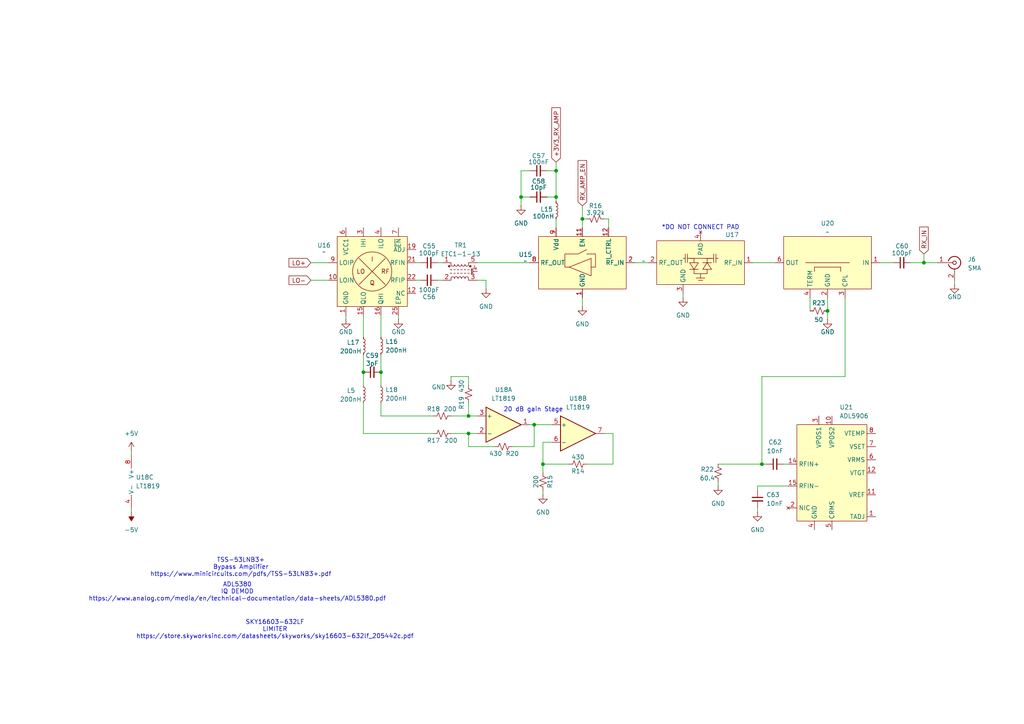
<source format=kicad_sch>
(kicad_sch (version 20231120) (generator "eeschema") (generator_version "8.0")
  (paper "A4")
  (lib_symbols
    (symbol "Connector:Conn_Coaxial" (pin_names (offset 1.016) hide)
      (property "Reference" "J" (at 0.254 3.048 0))
      (property "Value" "Conn_Coaxial" (at 2.921 0 90))
      (symbol "Conn_Coaxial_0_1"
        (arc (start -1.778 -0.508) (mid 0.2311 -1.8066) (end 1.778 0) (stroke (width 0.254)))
        (polyline (pts (xy -2.54 0) (xy -0.508 0)))
        (polyline (pts (xy 0 -2.54) (xy 0 -1.778)))
        (circle (center 0 0) (radius 0.508) (stroke (width 0.2032)))
        (arc (start 1.778 0) (mid 0.2099 1.8101) (end -1.778 0.508) (stroke (width 0.254)))
      )
      (symbol "Conn_Coaxial_1_1"
        (pin passive line (at -5.08 0 0) (length 2.54) (name "In") (number "1"))
        (pin passive line (at 0 -5.08 90) (length 2.54) (name "Ext") (number "2"))
      )
    )
    (symbol "Device:C_Small" (pin_numbers hide) (pin_names (offset 0.254) hide)
      (property "Reference" "C" (at 0.254 1.778 0))
      (property "Value" "C_Small" (at 0.254 -2.032 0))
      (symbol "C_Small_0_1"
        (polyline (pts (xy -1.524 -0.508) (xy 1.524 -0.508)) (stroke (width 0.3302)))
        (polyline (pts (xy -1.524 0.508) (xy 1.524 0.508)) (stroke (width 0.3048)))
      )
      (symbol "C_Small_1_1"
        (pin passive line (at 0 2.54 270) (length 2.032) (name "~") (number "1"))
        (pin passive line (at 0 -2.54 90) (length 2.032) (name "~") (number "2"))
      )
    )
    (symbol "Device:L_Small" (pin_numbers hide) (pin_names (offset 0.254) hide)
      (property "Reference" "L" (at 0.762 1.016 0))
      (property "Value" "L_Small" (at 0.762 -1.016 0))
      (symbol "L_Small_0_1"
        (arc (start 0 -2.032) (mid 0.5058 -1.524) (end 0 -1.016))
        (arc (start 0 -1.016) (mid 0.5058 -0.508) (end 0 0))
        (arc (start 0 0) (mid 0.5058 0.508) (end 0 1.016))
        (arc (start 0 1.016) (mid 0.5058 1.524) (end 0 2.032))
      )
      (symbol "L_Small_1_1"
        (pin passive line (at 0 2.54 270) (length 0.508) (name "~") (number "1"))
        (pin passive line (at 0 -2.54 90) (length 0.508) (name "~") (number "2"))
      )
    )
    (symbol "Device:R_Small_US" (pin_numbers hide) (pin_names (offset 0.254) hide)
      (property "Reference" "R" (at 0.762 0.508 0))
      (property "Value" "R_Small_US" (at 0.762 -1.016 0))
      (symbol "R_Small_US_1_1"
        (polyline (pts (xy 0 0) (xy 1.016 -0.381) (xy 0 -0.762) (xy -1.016 -1.143) (xy 0 -1.524)))
        (polyline (pts (xy 0 1.524) (xy 1.016 1.143) (xy 0 0.762) (xy -1.016 0.381) (xy 0 0)))
        (pin passive line (at 0 2.54 270) (length 1.016) (name "~") (number "1"))
        (pin passive line (at 0 -2.54 90) (length 1.016) (name "~") (number "2"))
      )
    )
    (symbol "Transformer:ETC1-1-13" (pin_names hide)
      (property "Reference" "TR" (at 0 3.81 0))
      (property "Value" "ETC1-1-13" (at 0 -3.81 0))
      (symbol "ETC1-1-13_0_0"
        (polyline (pts (xy 3.81 0.762) (xy 3.81 -0.762)))
        (text "Mounting" (at 3.429 0 900) (effects (font (size 0.254 0.254) (bold yes))))
      )
      (symbol "ETC1-1-13_1_1"
        (circle (center -3.048 1.524) (radius 0.254) (fill (type outline)))
        (arc (start -2.54 2.032) (mid -2.032 1.5262) (end -1.524 2.032))
        (arc (start -1.524 -2.032) (mid -2.032 -1.5262) (end -2.54 -2.032))
        (arc (start -1.524 2.032) (mid -1.016 1.5262) (end -0.508 2.032))
        (arc (start -0.508 -2.032) (mid -1.016 -1.5262) (end -1.524 -2.032))
        (arc (start -0.508 2.032) (mid 0 1.5262) (end 0.508 2.032))
        (polyline (pts (xy -2.794 -0.508) (xy -2.286 -0.508)))
        (polyline (pts (xy -2.794 0.508) (xy -2.286 0.508)))
        (polyline (pts (xy -2.54 -2.032) (xy -2.54 -2.54)))
        (polyline (pts (xy -2.54 2.032) (xy -2.54 2.54)))
        (polyline (pts (xy -1.778 -0.508) (xy -1.27 -0.508)))
        (polyline (pts (xy -1.778 0.508) (xy -1.27 0.508)))
        (polyline (pts (xy -0.762 -0.508) (xy -0.254 -0.508)))
        (polyline (pts (xy -0.762 0.508) (xy -0.254 0.508)))
        (polyline (pts (xy 0.254 -0.508) (xy 0.762 -0.508)))
        (polyline (pts (xy 0.254 0.508) (xy 0.762 0.508)))
        (polyline (pts (xy 1.27 -0.508) (xy 1.778 -0.508)))
        (polyline (pts (xy 1.27 0.508) (xy 1.778 0.508)))
        (polyline (pts (xy 2.286 -0.508) (xy 2.794 -0.508)))
        (polyline (pts (xy 2.286 0.508) (xy 2.794 0.508)))
        (polyline (pts (xy 2.54 -2.032) (xy 2.54 -2.54)))
        (polyline (pts (xy 2.54 2.54) (xy 2.54 2.032)))
        (arc (start 0.508 -2.032) (mid 0 -1.5262) (end -0.508 -2.032))
        (arc (start 0.508 2.032) (mid 1.016 1.5262) (end 1.524 2.032))
        (arc (start 1.524 -2.032) (mid 1.016 -1.5262) (end 0.508 -2.032))
        (arc (start 1.524 2.032) (mid 2.032 1.5262) (end 2.54 2.032))
        (arc (start 2.54 -2.032) (mid 2.032 -1.5262) (end 1.524 -2.032))
        (circle (center 3.048 1.524) (radius 0.254) (fill (type outline)))
        (pin passive line (at -5.08 2.54 0) (length 2.54) (name "~") (number "1"))
        (pin passive line (at -5.08 -2.54 0) (length 2.54) (name "~") (number "2"))
        (pin passive line (at 5.08 -2.54 180) (length 2.54) (name "~") (number "3"))
        (pin passive line (at 5.08 0 180) (length 1.27) (name "MP") (number "4"))
        (pin passive line (at 5.08 2.54 180) (length 2.54) (name "~") (number "5"))
      )
    )
    (symbol "_tim-RF:ADL5380"
      (property "Reference" "U" (at 10.16 11.684 0))
      (symbol "ADL5380_0_1"
        (polyline (pts (xy -3.81 3.81) (xy 3.81 -3.81)))
        (polyline (pts (xy 3.81 3.81) (xy -3.81 -3.81)))
        (circle (center 0 0) (radius 5.6796))
      )
      (symbol "ADL5380_1_1"
        (rectangle (start -10.16 10.16) (end 10.16 -10.16) (fill (type background)))
        (text "I" (at 0 3.556 0) (effects (font (size 1.27 1.27))))
        (text "LO" (at -3.302 0 0) (effects (font (size 1.27 1.27))))
        (text "Q" (at 0 -3.302 0) (effects (font (size 1.27 1.27))))
        (text "RF" (at 3.81 0 0) (effects (font (size 1.27 1.27))))
        (pin power_in line (at -7.62 -12.7 90) (length 2.54) (name "GND") (number "1"))
        (pin input line (at -12.7 -2.54 0) (length 2.54) (name "LOIN") (number "10"))
        (pin power_in line (at -7.62 -12.7 90) (length 2.54) hide (name "GND") (number "11"))
        (pin input line (at 12.7 -6.35 180) (length 2.54) (name "NC") (number "12"))
        (pin power_in line (at -7.62 12.7 270) (length 2.54) hide (name "VCC2") (number "13"))
        (pin power_in line (at -7.62 -12.7 90) (length 2.54) hide (name "GND") (number "14"))
        (pin output line (at -2.54 -12.7 90) (length 2.54) (name "QLO") (number "15"))
        (pin output line (at 2.54 -12.7 90) (length 2.54) (name "QHI") (number "16"))
        (pin power_in line (at -7.62 -12.7 90) (length 2.54) hide (name "GND") (number "17"))
        (pin power_in line (at -7.62 -12.7 90) (length 2.54) hide (name "GND") (number "18"))
        (pin input line (at 12.7 6.35 180) (length 2.54) (name "ADJ") (number "19"))
        (pin power_in line (at -7.62 -12.7 90) (length 2.54) hide (name "GND") (number "2"))
        (pin power_in line (at -7.62 -12.7 90) (length 2.54) hide (name "GND") (number "20"))
        (pin input line (at 12.7 2.54 180) (length 2.54) (name "RFIN") (number "21"))
        (pin input line (at 12.7 -2.54 180) (length 2.54) (name "RFIP") (number "22"))
        (pin power_in line (at -7.62 -12.7 90) (length 2.54) hide (name "GND") (number "23"))
        (pin power_in line (at -7.62 12.7 270) (length 2.54) hide (name "VCC3") (number "24"))
        (pin power_in line (at 7.62 -12.7 90) (length 2.54) (name "EP") (number "25"))
        (pin output line (at -2.54 12.7 270) (length 2.54) (name "IHI") (number "3"))
        (pin output line (at 2.54 12.7 270) (length 2.54) (name "ILO") (number "4"))
        (pin power_in line (at -7.62 -12.7 90) (length 2.54) hide (name "GND") (number "5"))
        (pin power_in line (at -7.62 12.7 270) (length 2.54) (name "VCC1") (number "6"))
        (pin power_in line (at 7.62 12.7 270) (length 2.54) (name "~{EN}") (number "7"))
        (pin power_in line (at -7.62 -12.7 90) (length 2.54) hide (name "GND") (number "8"))
        (pin input line (at -12.7 2.54 0) (length 2.54) (name "LOIP") (number "9"))
      )
    )
    (symbol "_tim-RF:ADL5906"
      (property "Reference" "U" (at 3.175 -15.875 0))
      (property "Value" "ADL5906" (at 0 0 0))
      (symbol "ADL5906_0_1"
        (rectangle (start -10.16 13.97) (end 10.16 -13.97) (fill (type background)))
      )
      (symbol "ADL5906_1_1"
        (pin input line (at 12.7 -12.7 180) (length 2.54) (name "TADJ") (number "1"))
        (pin input line (at 0 16.51 270) (length 2.54) (name "VPOS2") (number "10"))
        (pin power_in line (at 12.7 -6.35 180) (length 2.54) (name "VREF") (number "11"))
        (pin power_in line (at 12.7 0 180) (length 2.54) (name "VTGT") (number "12"))
        (pin no_connect line (at -12.7 -10.16 0) (length 2.54) hide (name "NIC") (number "13"))
        (pin input line (at -12.7 2.54 0) (length 2.54) (name "RFIN+") (number "14"))
        (pin input line (at -12.7 -3.81 0) (length 2.54) (name "RFIN-") (number "15"))
        (pin no_connect line (at -12.7 -10.16 0) (length 2.54) hide (name "NIC") (number "16"))
        (pin input line (at -5.08 -16.51 90) (length 2.54) hide (name "GND") (number "17"))
        (pin no_connect line (at -12.7 -10.16 0) (length 2.54) (name "NIC") (number "2"))
        (pin input line (at -3.81 16.51 270) (length 2.54) (name "VPOS1") (number "3"))
        (pin power_in line (at -5.08 -16.51 90) (length 2.54) (name "GND") (number "4"))
        (pin input line (at 0 -16.51 90) (length 2.54) (name "CRMS") (number "5"))
        (pin input line (at 12.7 3.81 180) (length 2.54) (name "VRMS") (number "6"))
        (pin input line (at 12.7 7.62 180) (length 2.54) (name "VSET") (number "7"))
        (pin input line (at 12.7 11.43 180) (length 2.54) (name "VTEMP") (number "8"))
        (pin power_in line (at -5.08 -16.51 90) (length 2.54) hide (name "GND") (number "9"))
      )
    )
    (symbol "_tim-RF:DCW-22-332+"
      (property "Reference" "U" (at 6.096 8.89 0))
      (symbol "DCW-22-332+_1_1"
        (rectangle (start -12.7 7.62) (end 12.7 -7.62) (fill (type background)))
        (polyline (pts (xy 6.35 0) (xy -6.35 0)))
        (polyline (pts (xy -3.81 -2.54) (xy -3.81 -1.27) (xy 3.81 -1.27) (xy 3.81 -2.54)))
        (pin input line (at -15.24 0 0) (length 2.54) (name "IN") (number "1"))
        (pin output line (at 0 -10.16 90) (length 2.54) (name "GND") (number "2"))
        (pin output line (at -5.08 -10.16 90) (length 2.54) (name "CPL") (number "3"))
        (pin output line (at 5.08 -10.16 90) (length 2.54) (name "TERM") (number "4"))
        (pin output line (at 0 -10.16 90) (length 2.54) hide (name "GND") (number "5"))
        (pin output line (at 15.24 0 180) (length 2.54) (name "OUT") (number "6"))
      )
    )
    (symbol "_tim-RF:LT1819" (pin_names (offset 0.127))
      (property "Reference" "U" (at 0 5.08 0))
      (property "Value" "LT1819" (at 0 -5.08 0))
      (symbol "LT1819_1_1"
        (polyline (pts (xy -5.08 5.08) (xy 5.08 0) (xy -5.08 -5.08) (xy -5.08 5.08)) (stroke (width 0.254)) (fill (type background)))
        (pin output line (at 7.62 0 180) (length 2.54) (name "~") (number "1"))
        (pin input line (at -7.62 -2.54 0) (length 2.54) (name "-") (number "2"))
        (pin input line (at -7.62 2.54 0) (length 2.54) (name "+") (number "3"))
      )
      (symbol "LT1819_2_1"
        (polyline (pts (xy -5.08 5.08) (xy 5.08 0) (xy -5.08 -5.08) (xy -5.08 5.08)) (stroke (width 0.254)) (fill (type background)))
        (pin input line (at -7.62 2.54 0) (length 2.54) (name "+") (number "5"))
        (pin input line (at -7.62 -2.54 0) (length 2.54) (name "-") (number "6"))
        (pin output line (at 7.62 0 180) (length 2.54) (name "~") (number "7"))
      )
      (symbol "LT1819_3_1"
        (pin power_in line (at -2.54 -7.62 90) (length 3.81) (name "V-") (number "4"))
        (pin power_in line (at -2.54 7.62 270) (length 3.81) (name "V+") (number "8"))
      )
    )
    (symbol "_tim-RF:SKY16603-632LF"
      (property "Reference" "U" (at 4.318 9.906 0))
      (symbol "SKY16603-632LF_0_1"
        (polyline (pts (xy -5.08 1.27) (xy -4.445 1.27)))
        (polyline (pts (xy -4.445 2.54) (xy -4.445 0)))
        (polyline (pts (xy -3.81 1.27) (xy -1.905 1.27)))
        (polyline (pts (xy -3.81 2.54) (xy -3.81 0)))
        (polyline (pts (xy -3.175 0) (xy -0.635 0)))
        (polyline (pts (xy -3.175 1.27) (xy 3.175 1.27)))
        (polyline (pts (xy -1.905 -1.905) (xy -1.905 -3.175)))
        (polyline (pts (xy -1.905 0) (xy -1.905 1.27)))
        (polyline (pts (xy -1.27 -4.445) (xy 1.27 -4.445)))
        (polyline (pts (xy -0.635 -5.08) (xy 0.635 -5.08)))
        (polyline (pts (xy 1.905 -3.175) (xy 0 -3.175)))
        (polyline (pts (xy 1.905 -1.905) (xy 1.905 -3.175)))
        (polyline (pts (xy 1.905 0) (xy 1.905 1.27)))
        (polyline (pts (xy 1.905 1.27) (xy 3.81 1.27)))
        (polyline (pts (xy 3.175 -1.905) (xy 0.635 -1.905)))
        (polyline (pts (xy 3.81 2.54) (xy 3.81 0)))
        (polyline (pts (xy 4.445 1.27) (xy 5.08 1.27)))
        (polyline (pts (xy 4.445 2.54) (xy 4.445 0)))
        (polyline (pts (xy -1.905 -3.175) (xy 0 -3.175) (xy 0 -4.445)))
        (polyline (pts (xy -1.905 0) (xy -3.175 -1.905) (xy -0.635 -1.905) (xy -1.905 0)))
        (polyline (pts (xy 1.905 -1.905) (xy 3.175 0) (xy 0.635 0) (xy 1.905 -1.905)))
      )
      (symbol "SKY16603-632LF_1_1"
        (rectangle (start -12.7 6.35) (end 12.7 -6.35) (fill (type background)))
        (pin input line (at -15.24 0 0) (length 2.54) (name "RF_IN") (number "1"))
        (pin output line (at 15.24 0 180) (length 2.54) (name "RF_OUT") (number "2"))
        (pin output line (at 5.08 -8.89 90) (length 2.54) (name "GND") (number "3"))
        (pin no_connect line (at 0 8.89 270) (length 2.54) (name "PAD") (number "4"))
      )
    )
    (symbol "_tim-RF:TSS-53LNB3+"
      (property "Reference" "U" (at 10.922 10.16 0))
      (symbol "TSS-53LNB3+_0_1"
        (polyline (pts (xy -2.54 -1.27) (xy -3.81 -1.27) (xy -3.81 2.54) (xy -1.27 2.54)))
        (polyline (pts (xy -2.54 1.27) (xy 3.81 -1.27) (xy -2.54 -3.81) (xy -2.54 1.27)))
        (polyline (pts (xy 3.81 -1.27) (xy 5.08 -1.27) (xy 5.08 2.54) (xy 1.27 2.54) (xy -1.27 3.81)))
      )
      (symbol "TSS-53LNB3+_1_1"
        (rectangle (start -12.7 7.62) (end 12.7 -7.62) (fill (type background)))
        (pin input line (at 0 -10.16 90) (length 2.54) (name "GND") (number "1"))
        (pin input line (at 0 -10.16 90) (length 2.54) hide (name "GND") (number "10"))
        (pin input line (at 0 10.16 270) (length 2.54) (name "EN") (number "11"))
        (pin input line (at -7.62 10.16 270) (length 2.54) (name "I_CTRL") (number "12"))
        (pin input line (at 0 -10.16 90) (length 2.54) hide (name "GND") (number "13"))
        (pin input line (at -15.24 0 0) (length 2.54) (name "RF_IN") (number "2"))
        (pin input line (at 0 -10.16 90) (length 2.54) hide (name "GND") (number "3"))
        (pin input line (at 0 -10.16 90) (length 2.54) hide (name "GND") (number "4"))
        (pin input line (at 0 -10.16 90) (length 2.54) hide (name "GND") (number "5"))
        (pin input line (at 0 -10.16 90) (length 2.54) hide (name "GND") (number "6"))
        (pin input line (at 0 -10.16 90) (length 2.54) hide (name "GND") (number "7"))
        (pin output line (at 15.24 0 180) (length 2.54) (name "RF_OUT") (number "8"))
        (pin power_in line (at 7.62 10.16 270) (length 2.54) (name "Vdd") (number "9"))
      )
    )
    (symbol "power:+5V" (power) (pin_numbers hide) (pin_names (offset 0) hide)
      (property "Value" "+5V" (at 0 3.556 0))
      (symbol "+5V_0_1"
        (polyline (pts (xy -0.762 1.27) (xy 0 2.54)))
        (polyline (pts (xy 0 0) (xy 0 2.54)))
        (polyline (pts (xy 0 2.54) (xy 0.762 1.27)))
      )
      (symbol "+5V_1_1"
        (pin power_in line (at 0 0 90) (length 0) (name "~") (number "1"))
      )
    )
    (symbol "power:-5V" (power) (pin_numbers hide) (pin_names (offset 0) hide)
      (property "Value" "-5V" (at 0 3.556 0))
      (symbol "-5V_0_0"
        (pin power_in line (at 0 0 90) (length 0) (name "~") (number "1"))
      )
      (symbol "-5V_0_1"
        (polyline (pts (xy 0 0) (xy 0 1.27) (xy 0.762 1.27) (xy 0 2.54) (xy -0.762 1.27) (xy 0 1.27)) (fill (type outline)))
      )
    )
    (symbol "power:GND" (power) (pin_numbers hide) (pin_names (offset 0) hide)
      (property "Value" "GND" (at 0 -3.81 0))
      (symbol "GND_0_1"
        (polyline (pts (xy 0 0) (xy 0 -1.27) (xy 1.27 -1.27) (xy 0 -2.54) (xy -1.27 -1.27) (xy 0 -1.27)))
      )
      (symbol "GND_1_1"
        (pin power_in line (at 0 0 270) (length 0) (name "~") (number "1"))
      )
    )
  )
  (junction (at 161.29 57.15))
  (junction (at 157.48 134.62))
  (junction (at 240.03 90.17))
  (junction (at 154.94 123.19))
  (junction (at 135.89 120.65))
  (junction (at 267.97 76.2))
  (junction (at 105.41 107.95))
  (junction (at 168.91 63.5))
  (junction (at 110.49 107.95))
  (junction (at 161.29 49.53))
  (junction (at 151.13 57.15))
  (junction (at 220.98 134.62))
  (junction (at 135.89 125.73))
  (wire (pts (xy 264.16 76.2) (xy 267.97 76.2)))
  (wire (pts (xy 115.57 91.44) (xy 115.57 92.71)))
  (wire (pts (xy 161.29 63.5) (xy 161.29 66.04)))
  (wire (pts (xy 228.6 140.97) (xy 219.71 140.97)))
  (wire (pts (xy 135.89 116.84) (xy 135.89 120.65)))
  (wire (pts (xy 151.13 57.15) (xy 153.67 57.15)))
  (wire (pts (xy 148.59 129.54) (xy 154.94 129.54)))
  (wire (pts (xy 175.26 63.5) (xy 176.53 63.5)))
  (wire (pts (xy 276.86 81.28) (xy 276.86 82.55)))
  (wire (pts (xy 127 76.2) (xy 128.27 76.2)))
  (wire (pts (xy 105.41 107.95) (xy 105.41 102.87)))
  (wire (pts (xy 151.13 49.53) (xy 151.13 57.15)))
  (wire (pts (xy 154.94 129.54) (xy 154.94 123.19)))
  (wire (pts (xy 245.11 86.36) (xy 245.11 109.22)))
  (wire (pts (xy 220.98 109.22) (xy 220.98 134.62)))
  (wire (pts (xy 240.03 86.36) (xy 240.03 90.17)))
  (wire (pts (xy 130.81 120.65) (xy 135.89 120.65)))
  (wire (pts (xy 208.28 134.62) (xy 220.98 134.62)))
  (wire (pts (xy 110.49 107.95) (xy 110.49 102.87)))
  (wire (pts (xy 218.44 76.2) (xy 224.79 76.2)))
  (wire (pts (xy 267.97 73.66) (xy 267.97 76.2)))
  (wire (pts (xy 105.41 125.73) (xy 125.73 125.73)))
  (wire (pts (xy 219.71 140.97) (xy 219.71 142.24)))
  (wire (pts (xy 38.1 147.32) (xy 38.1 148.59)))
  (wire (pts (xy 135.89 109.22) (xy 130.81 109.22)))
  (wire (pts (xy 138.43 81.28) (xy 140.97 81.28)))
  (wire (pts (xy 198.12 85.09) (xy 198.12 86.36)))
  (wire (pts (xy 245.11 109.22) (xy 220.98 109.22)))
  (wire (pts (xy 127 81.28) (xy 128.27 81.28)))
  (wire (pts (xy 177.8 125.73) (xy 175.26 125.73)))
  (wire (pts (xy 168.91 63.5) (xy 168.91 66.04)))
  (wire (pts (xy 219.71 147.32) (xy 219.71 148.59)))
  (wire (pts (xy 157.48 142.24) (xy 157.48 143.51)))
  (wire (pts (xy 170.18 134.62) (xy 177.8 134.62)))
  (wire (pts (xy 168.91 86.36) (xy 168.91 88.9)))
  (wire (pts (xy 208.28 139.7) (xy 208.28 140.97)))
  (wire (pts (xy 130.81 109.22) (xy 130.81 110.49)))
  (wire (pts (xy 135.89 120.65) (xy 138.43 120.65)))
  (wire (pts (xy 161.29 57.15) (xy 161.29 58.42)))
  (wire (pts (xy 184.15 76.2) (xy 187.96 76.2)))
  (wire (pts (xy 110.49 97.79) (xy 110.49 91.44)))
  (wire (pts (xy 157.48 137.16) (xy 157.48 134.62)))
  (wire (pts (xy 120.65 81.28) (xy 121.92 81.28)))
  (wire (pts (xy 158.75 57.15) (xy 161.29 57.15)))
  (wire (pts (xy 168.91 59.69) (xy 168.91 63.5)))
  (wire (pts (xy 90.17 81.28) (xy 95.25 81.28)))
  (wire (pts (xy 255.27 76.2) (xy 259.08 76.2)))
  (wire (pts (xy 267.97 76.2) (xy 271.78 76.2)))
  (wire (pts (xy 240.03 90.17) (xy 240.03 92.71)))
  (wire (pts (xy 135.89 129.54) (xy 135.89 125.73)))
  (wire (pts (xy 100.33 91.44) (xy 100.33 92.71)))
  (wire (pts (xy 176.53 63.5) (xy 176.53 66.04)))
  (wire (pts (xy 90.17 76.2) (xy 95.25 76.2)))
  (wire (pts (xy 157.48 134.62) (xy 165.1 134.62)))
  (wire (pts (xy 105.41 97.79) (xy 105.41 91.44)))
  (wire (pts (xy 227.33 134.62) (xy 228.6 134.62)))
  (wire (pts (xy 105.41 116.84) (xy 105.41 125.73)))
  (wire (pts (xy 151.13 59.69) (xy 151.13 57.15)))
  (wire (pts (xy 177.8 134.62) (xy 177.8 125.73)))
  (wire (pts (xy 38.1 130.81) (xy 38.1 132.08)))
  (wire (pts (xy 135.89 111.76) (xy 135.89 109.22)))
  (wire (pts (xy 220.98 134.62) (xy 222.25 134.62)))
  (wire (pts (xy 143.51 129.54) (xy 135.89 129.54)))
  (wire (pts (xy 157.48 134.62) (xy 157.48 128.27)))
  (wire (pts (xy 140.97 81.28) (xy 140.97 83.82)))
  (wire (pts (xy 130.81 125.73) (xy 135.89 125.73)))
  (wire (pts (xy 153.67 49.53) (xy 151.13 49.53)))
  (wire (pts (xy 157.48 128.27) (xy 160.02 128.27)))
  (wire (pts (xy 234.95 86.36) (xy 234.95 90.17)))
  (wire (pts (xy 135.89 125.73) (xy 138.43 125.73)))
  (wire (pts (xy 110.49 107.95) (xy 110.49 111.76)))
  (wire (pts (xy 110.49 120.65) (xy 125.73 120.65)))
  (wire (pts (xy 158.75 49.53) (xy 161.29 49.53)))
  (wire (pts (xy 110.49 116.84) (xy 110.49 120.65)))
  (wire (pts (xy 154.94 123.19) (xy 160.02 123.19)))
  (wire (pts (xy 161.29 46.99) (xy 161.29 49.53)))
  (wire (pts (xy 153.67 123.19) (xy 154.94 123.19)))
  (wire (pts (xy 120.65 76.2) (xy 121.92 76.2)))
  (wire (pts (xy 105.41 107.95) (xy 105.41 111.76)))
  (wire (pts (xy 161.29 49.53) (xy 161.29 57.15)))
  (wire (pts (xy 170.18 63.5) (xy 168.91 63.5)))
  (wire (pts (xy 138.43 76.2) (xy 153.67 76.2)))
  (text "TSS-53LNB3+\nBypass Amplifier\nhttps://www.minicircuits.com/pdfs/TSS-53LNB3+.pdf" (at 69.85 164.592 0) (effects (font (size 1.27 1.27))))
  (text "20 dB gain Stage" (at 154.686 118.872 0) (effects (font (size 1.27 1.27))))
  (text "*DO NOT CONNECT PAD" (at 203.2 66.04 0) (effects (font (size 1.27 1.27))))
  (text "ADL5380\nIQ DEMOD\nhttps://www.analog.com/media/en/technical-documentation/data-sheets/ADL5380.pdf\n" (at 68.834 171.704 0) (effects (font (size 1.27 1.27))))
  (text "SKY16603-632LF\nLIMITER\nhttps://store.skyworksinc.com/datasheets/skyworks/sky16603-632lf_205442c.pdf\n" (at 79.756 182.626 0) (effects (font (size 1.27 1.27))))
  (global_label "RX_IN" (shape input) (at 267.97 73.66 90) (property "Intersheetrefs" "${INTERSHEET_REFS}" (effects (hide yes))))
  (global_label "LO+" (shape input) (at 90.17 76.2 180) (property "Intersheetrefs" "${INTERSHEET_REFS}" (effects (hide yes))))
  (global_label "+3V3_RX_AMP" (shape input) (at 161.29 46.99 90) (property "Intersheetrefs" "${INTERSHEET_REFS}" (effects (hide yes))))
  (global_label "RX_AMP_EN" (shape input) (at 168.91 59.69 90) (property "Intersheetrefs" "${INTERSHEET_REFS}" (effects (hide yes))))
  (global_label "LO-" (shape input) (at 90.17 81.28 180) (property "Intersheetrefs" "${INTERSHEET_REFS}" (effects (hide yes))))
  (symbol (lib_id "power:GND") (at 115.57 92.71 0) (unit 1)
    (property "Reference" "#PWR051" (effects (hide yes)))
    (property "Value" "GND" (at 115.57 96.266 0))
    (property "Description" "Power symbol creates a global label with name \"GND\" , ground" (effects (hide yes)))
  )
  (symbol (lib_id "Device:R_Small_US") (at 167.64 134.62 90) (unit 1)
    (property "Reference" "R14" (at 167.64 136.652 90))
    (property "Value" "430" (at 167.64 132.588 90))
    (property "Description" "Resistor, small US symbol" (effects (hide yes)))
  )
  (symbol (lib_id "Device:R_Small_US") (at 135.89 114.3 0) (unit 1)
    (property "Reference" "R19" (at 133.858 116.84 90))
    (property "Value" "430" (at 133.858 112.014 90))
    (property "Description" "Resistor, small US symbol" (effects (hide yes)))
  )
  (symbol (lib_id "Device:L_Small") (at 161.29 60.96 0) (unit 1)
    (property "Reference" "L15" (at 156.718 60.706 0) (effects (justify left)))
    (property "Value" "100nH" (at 154.432 62.738 0) (effects (justify left)))
    (property "Description" "Inductor, small symbol" (effects (hide yes)))
  )
  (symbol (lib_id "Device:C_Small") (at 261.62 76.2 90) (unit 1)
    (property "Reference" "C60" (at 261.62 71.374 90))
    (property "Value" "100pF" (at 261.62 73.406 90))
    (property "Description" "Unpolarized capacitor, small symbol" (effects (hide yes)))
  )
  (symbol (lib_id "Device:C_Small") (at 107.95 107.95 90) (unit 1)
    (property "Reference" "C59" (at 107.95 103.124 90))
    (property "Value" "3pF" (at 107.95 105.41 90))
    (property "Description" "Unpolarized capacitor, small symbol" (effects (hide yes)))
  )
  (symbol (lib_id "_tim-RF:DCW-22-332+") (at 240.03 76.2 0) (mirror y) (unit 1)
    (property "Reference" "U20" (at 240.03 64.77 0))
    (property "Value" "~" (at 240.03 67.31 0))
    (property "Footprint" "_tim-RF-Mini-Circuits:JC0603C" (effects (hide yes)))
    (property "Datasheet" "https://www.minicircuits.com/pdfs/DCW-22-332+.pdf" (effects (hide yes)))
    (property "Description" "Directional Coupler, 50ohm, 22 dB coupling, 1200 to 3300 MHz" (effects (hide yes)))
  )
  (symbol (lib_id "power:GND") (at 198.12 86.36 0) (unit 1)
    (property "Reference" "#PWR054" (effects (hide yes)))
    (property "Value" "GND" (at 198.12 91.44 0))
    (property "Description" "Power symbol creates a global label with name \"GND\" , ground" (effects (hide yes)))
  )
  (symbol (lib_id "power:GND") (at 168.91 88.9 0) (mirror y) (unit 1)
    (property "Reference" "#PWR015" (effects (hide yes)))
    (property "Value" "GND" (at 168.91 93.98 0))
    (property "Description" "Power symbol creates a global label with name \"GND\" , ground" (effects (hide yes)))
  )
  (symbol (lib_id "Device:R_Small_US") (at 128.27 120.65 270) (unit 1)
    (property "Reference" "R18" (at 125.73 118.618 90))
    (property "Value" "200" (at 130.556 118.618 90))
    (property "Description" "Resistor, small US symbol" (effects (hide yes)))
  )
  (symbol (lib_id "Device:C_Small") (at 156.21 57.15 90) (unit 1)
    (property "Reference" "C58" (at 156.21 52.578 90))
    (property "Value" "10pF" (at 156.21 54.356 90))
    (property "Description" "Unpolarized capacitor, small symbol" (effects (hide yes)))
  )
  (symbol (lib_id "power:GND") (at 240.03 92.71 0) (unit 1)
    (property "Reference" "#PWR055" (effects (hide yes)))
    (property "Value" "GND" (at 240.03 96.266 0))
    (property "Description" "Power symbol creates a global label with name \"GND\" , ground" (effects (hide yes)))
  )
  (symbol (lib_id "Device:R_Small_US") (at 172.72 63.5 270) (mirror x) (unit 1)
    (property "Reference" "R16" (at 172.72 59.69 90))
    (property "Value" "3.92k" (at 172.72 61.722 90))
    (property "Description" "Resistor, small US symbol" (effects (hide yes)))
  )
  (symbol (lib_id "power:GND") (at 130.81 110.49 0) (unit 1)
    (property "Reference" "#PWR057" (effects (hide yes)))
    (property "Value" "GND" (at 127.254 112.268 0))
    (property "Description" "Power symbol creates a global label with name \"GND\" , ground" (effects (hide yes)))
  )
  (symbol (lib_id "Device:L_Small") (at 105.41 100.33 0) (unit 1)
    (property "Reference" "L17" (at 100.584 99.314 0) (effects (justify left)))
    (property "Value" "200nH" (at 98.552 101.854 0) (effects (justify left)))
    (property "Description" "Inductor, small symbol" (effects (hide yes)))
  )
  (symbol (lib_id "Connector:Conn_Coaxial") (at 276.86 76.2 0) (unit 1)
    (property "Reference" "J6" (at 280.67 75.2231 0) (effects (justify left)))
    (property "Value" "SMA" (at 280.67 77.7631 0) (effects (justify left)))
    (property "Datasheet" " ~" (effects (hide yes)))
    (property "Description" "coaxial connector (BNC, SMA, SMB, SMC, Cinch/RCA, LEMO, ...)" (effects (hide yes)))
  )
  (symbol (lib_id "Transformer:ETC1-1-13") (at 133.35 78.74 0) (unit 1)
    (property "Reference" "TR1" (at 133.604 71.12 0))
    (property "Value" "ETC1-1-13" (at 133.604 73.66 0))
    (property "Footprint" "Transformer_SMD:Transformer_MACOM_SM-22" (effects (hide yes)))
    (property "Datasheet" "https://cdn.macom.com/datasheets/ETC1-1-13.pdf" (effects (hide yes)))
    (property "Description" "4.5-4000MHz 1:1 RF Transformer, Balanced Transmission Line, SM-22" (effects (hide yes)))
  )
  (symbol (lib_id "Device:R_Small_US") (at 128.27 125.73 270) (unit 1)
    (property "Reference" "R17" (at 125.73 127.762 90))
    (property "Value" "200" (at 130.81 127.762 90))
    (property "Description" "Resistor, small US symbol" (effects (hide yes)))
  )
  (symbol (lib_id "power:GND") (at 276.86 82.55 0) (unit 1)
    (property "Reference" "#PWR060" (effects (hide yes)))
    (property "Value" "GND" (at 276.86 86.106 0))
    (property "Description" "Power symbol creates a global label with name \"GND\" , ground" (effects (hide yes)))
  )
  (symbol (lib_id "Device:C_Small") (at 224.79 134.62 90) (unit 1)
    (property "Reference" "C62" (at 224.7963 128.27 90))
    (property "Value" "10nF" (at 224.7963 130.81 90))
    (property "Description" "Unpolarized capacitor, small symbol" (effects (hide yes)))
  )
  (symbol (lib_id "Device:R_Small_US") (at 208.28 137.16 0) (unit 1)
    (property "Reference" "R22" (at 203.2 136.144 0) (effects (justify left)))
    (property "Value" "60.4" (at 202.946 138.684 0) (effects (justify left)))
    (property "Description" "Resistor, small US symbol" (effects (hide yes)))
  )
  (symbol (lib_id "Device:R_Small_US") (at 157.48 139.7 180) (unit 1)
    (property "Reference" "R15" (at 159.512 139.7 90))
    (property "Value" "200" (at 155.448 139.7 90))
    (property "Description" "Resistor, small US symbol" (effects (hide yes)))
  )
  (symbol (lib_id "_tim-RF:ADL5380") (at 107.95 78.74 0) (unit 1)
    (property "Reference" "U16" (at 93.98 71.1514 0))
    (property "Value" "~" (at 93.98 73.0565 0))
    (property "Footprint" "Package_CSP:LFCSP-24-1EP_4x4mm_P0.5mm_EP2.3x2.3mm_ThermalVias" (effects (hide yes)))
    (property "Datasheet" "https://www.analog.com/media/en/technical-documentation/data-sheets/adl5380.pdf" (effects (hide yes)))
    (property "Description" "400 MHz to 6 GHz Quadrature Demodulator" (effects (hide yes)))
  )
  (symbol (lib_id "_tim-RF:LT1819") (at 167.64 125.73 0) (unit 2)
    (property "Reference" "U18" (at 167.64 115.57 0))
    (property "Value" "LT1819" (at 167.64 118.11 0))
    (property "Footprint" "Package_SO:MSOP-8_3x3mm_P0.65mm" (effects (hide yes)))
    (property "Datasheet" "https://www.analog.com/media/en/technical-documentation/data-sheets/18189fb.pdf" (effects (hide yes)))
    (property "Description" "400MHz, 2500V/µs, 9mA Single/Dual Operational Amplifi ers" (effects (hide yes)))
  )
  (symbol (lib_id "_tim-RF:SKY16603-632LF") (at 203.2 76.2 0) (mirror y) (unit 1)
    (property "Reference" "U17" (at 212.344 68.072 0))
    (property "Value" "~" (at 186.69 75.7271 0))
    (property "Footprint" "_tim-RF:DFN-2-2.3x2.3" (effects (hide yes)))
    (property "Datasheet" "https://store.skyworksinc.com/datasheets/skyworks/sky16603-632lf_205442c.pdf" (effects (hide yes)))
    (property "Description" "High-Linearity Dual PIN Diode Limiter 0.6 to 6.0 GHz" (effects (hide yes)))
  )
  (symbol (lib_id "_tim-RF:TSS-53LNB3+") (at 168.91 76.2 0) (mirror y) (unit 1)
    (property "Reference" "U15" (at 152.4 73.822 0))
    (property "Value" "~" (at 152.4 75.7271 0))
    (property "Footprint" "_tim-RF-Mini-Circuits:DQ1225" (effects (hide yes)))
    (property "Datasheet" "https://www.minicircuits.com/pdfs/TSS-53LNB3+.pdf" (effects (hide yes)))
    (property "Description" "Low Noise Bypass Amplifier, 50ohm, 0.5 to 5 GHz" (effects (hide yes)))
  )
  (symbol (lib_id "power:GND") (at 140.97 83.82 0) (unit 1)
    (property "Reference" "#PWR017" (effects (hide yes)))
    (property "Value" "GND" (at 140.97 88.9 0))
    (property "Description" "Power symbol creates a global label with name \"GND\" , ground" (effects (hide yes)))
  )
  (symbol (lib_id "power:-5V") (at 38.1 148.59 180) (unit 1)
    (property "Reference" "#PWR064" (effects (hide yes)))
    (property "Value" "-5V" (at 38.1 153.67 0))
    (property "Description" "Power symbol creates a global label with name \"-5V\"" (effects (hide yes)))
  )
  (symbol (lib_id "power:GND") (at 208.28 140.97 0) (unit 1)
    (property "Reference" "#PWR059" (effects (hide yes)))
    (property "Value" "GND" (at 208.28 146.05 0))
    (property "Description" "Power symbol creates a global label with name \"GND\" , ground" (effects (hide yes)))
  )
  (symbol (lib_id "power:GND") (at 219.71 148.59 0) (unit 1)
    (property "Reference" "#PWR058" (effects (hide yes)))
    (property "Value" "GND" (at 219.71 153.67 0))
    (property "Description" "Power symbol creates a global label with name \"GND\" , ground" (effects (hide yes)))
  )
  (symbol (lib_id "Device:R_Small_US") (at 237.49 90.17 90) (unit 1)
    (property "Reference" "R23" (at 237.49 87.884 90))
    (property "Value" "50" (at 237.49 92.71 90))
    (property "Description" "Resistor, small US symbol" (effects (hide yes)))
  )
  (symbol (lib_id "power:+5V") (at 38.1 130.81 0) (unit 1)
    (property "Reference" "#PWR063" (effects (hide yes)))
    (property "Value" "+5V" (at 38.1 125.73 0))
    (property "Description" "Power symbol creates a global label with name \"+5V\"" (effects (hide yes)))
  )
  (symbol (lib_id "Device:L_Small") (at 110.49 100.33 0) (unit 1)
    (property "Reference" "L16" (at 111.76 99.0599 0) (effects (justify left)))
    (property "Value" "200nH" (at 111.76 101.5999 0) (effects (justify left)))
    (property "Description" "Inductor, small symbol" (effects (hide yes)))
  )
  (symbol (lib_id "power:GND") (at 100.33 92.71 0) (unit 1)
    (property "Reference" "#PWR052" (effects (hide yes)))
    (property "Value" "GND" (at 100.33 96.266 0))
    (property "Description" "Power symbol creates a global label with name \"GND\" , ground" (effects (hide yes)))
  )
  (symbol (lib_id "Device:C_Small") (at 219.71 144.78 0) (unit 1)
    (property "Reference" "C63" (at 222.25 143.5162 0) (effects (justify left)))
    (property "Value" "10nF" (at 222.25 146.0562 0) (effects (justify left)))
    (property "Description" "Unpolarized capacitor, small symbol" (effects (hide yes)))
  )
  (symbol (lib_id "Device:C_Small") (at 124.46 76.2 90) (unit 1)
    (property "Reference" "C55" (at 124.46 71.374 90))
    (property "Value" "100pF" (at 124.46 73.406 90))
    (property "Description" "Unpolarized capacitor, small symbol" (effects (hide yes)))
  )
  (symbol (lib_id "_tim-RF:ADL5906") (at 241.3 137.16 0) (unit 1)
    (property "Reference" "U21" (at 243.4941 118.11 0) (effects (justify left)))
    (property "Value" "ADL5906" (at 243.4941 120.65 0) (effects (justify left)))
    (property "Footprint" "Package_DFN_QFN:QFN-16-1EP_4x4mm_P0.65mm_EP2.1x2.1mm_ThermalVias" (effects (hide yes)))
    (property "Datasheet" "https://www.analog.com/media/en/technical-documentation/data-sheets/ADL5906.pdf" (effects (hide yes)))
    (property "Description" "10 MHz to 10 GHz, 67 dB TruPwr Detector" (effects (hide yes)))
  )
  (symbol (lib_id "Device:C_Small") (at 124.46 81.28 270) (unit 1)
    (property "Reference" "C56" (at 124.46 86.106 90))
    (property "Value" "100pF" (at 124.46 84.074 90))
    (property "Description" "Unpolarized capacitor, small symbol" (effects (hide yes)))
  )
  (symbol (lib_id "_tim-RF:LT1819") (at 146.05 123.19 0) (unit 1)
    (property "Reference" "U18" (at 146.05 113.03 0))
    (property "Value" "LT1819" (at 146.05 115.57 0))
    (property "Footprint" "Package_SO:MSOP-8_3x3mm_P0.65mm" (effects (hide yes)))
    (property "Datasheet" "https://www.analog.com/media/en/technical-documentation/data-sheets/18189fb.pdf" (effects (hide yes)))
    (property "Description" "400MHz, 2500V/µs, 9mA Single/Dual Operational Amplifi ers" (effects (hide yes)))
  )
  (symbol (lib_id "Device:C_Small") (at 156.21 49.53 90) (unit 1)
    (property "Reference" "C57" (at 156.21 45.212 90))
    (property "Value" "100nF" (at 156.21 46.99 90))
    (property "Description" "Unpolarized capacitor, small symbol" (effects (hide yes)))
  )
  (symbol (lib_id "power:GND") (at 151.13 59.69 0) (mirror y) (unit 1)
    (property "Reference" "#PWR053" (effects (hide yes)))
    (property "Value" "GND" (at 151.13 64.77 0))
    (property "Description" "Power symbol creates a global label with name \"GND\" , ground" (effects (hide yes)))
  )
  (symbol (lib_id "Device:L_Small") (at 110.49 114.3 0) (unit 1)
    (property "Reference" "L18" (at 111.76 113.0299 0) (effects (justify left)))
    (property "Value" "200nH" (at 111.76 115.5699 0) (effects (justify left)))
    (property "Description" "Inductor, small symbol" (effects (hide yes)))
  )
  (symbol (lib_id "Device:R_Small_US") (at 146.05 129.54 90) (unit 1)
    (property "Reference" "R20" (at 148.59 131.572 90))
    (property "Value" "430" (at 143.764 131.572 90))
    (property "Description" "Resistor, small US symbol" (effects (hide yes)))
  )
  (symbol (lib_id "_tim-RF:LT1819") (at 40.64 139.7 0) (unit 3)
    (property "Reference" "U18" (at 39.37 138.4299 0) (effects (justify left)))
    (property "Value" "LT1819" (at 39.37 140.9699 0) (effects (justify left)))
    (property "Footprint" "Package_SO:MSOP-8_3x3mm_P0.65mm" (effects (hide yes)))
    (property "Datasheet" "https://www.analog.com/media/en/technical-documentation/data-sheets/18189fb.pdf" (effects (hide yes)))
    (property "Description" "400MHz, 2500V/µs, 9mA Single/Dual Operational Amplifi ers" (effects (hide yes)))
  )
  (symbol (lib_id "Device:L_Small") (at 105.41 114.3 0) (unit 1)
    (property "Reference" "L5" (at 100.584 113.284 0) (effects (justify left)))
    (property "Value" "200nH" (at 98.552 115.824 0) (effects (justify left)))
    (property "Description" "Inductor, small symbol" (effects (hide yes)))
  )
  (symbol (lib_id "power:GND") (at 157.48 143.51 0) (unit 1)
    (property "Reference" "#PWR056" (effects (hide yes)))
    (property "Value" "GND" (at 157.48 148.59 0))
    (property "Description" "Power symbol creates a global label with name \"GND\" , ground" (effects (hide yes)))
  )
)
</source>
